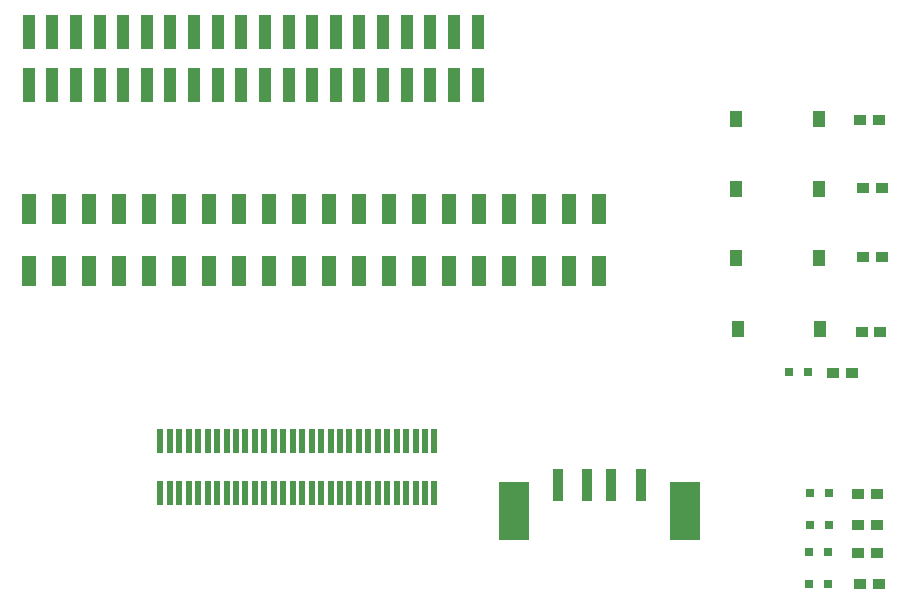
<source format=gtp>
%FSTAX24Y24*%
%MOMM*%
%SFA1B1*%

%IPPOS*%
%ADD10R,1.199998X2.499995*%
%ADD11R,0.899998X2.799994*%
%ADD12R,2.499995X4.999990*%
%ADD13R,0.999998X0.949998*%
%ADD14R,0.799998X0.799998*%
%ADD15R,0.999998X1.399997*%
%ADD16R,0.499999X1.999996*%
%ADD17R,0.999998X2.999994*%
%LNio-testing-mezzanine-1*%
%LPD*%
G54D10*
X682599Y419999D03*
Y472599D03*
X657199Y419999D03*
Y472599D03*
X631799Y419999D03*
Y472599D03*
X606399Y419999D03*
Y472599D03*
X580999Y419999D03*
Y472599D03*
X555599Y419999D03*
Y472599D03*
X530199Y419999D03*
Y472599D03*
X504799Y419999D03*
Y472599D03*
X479399Y419999D03*
Y472599D03*
X453999Y419999D03*
Y472599D03*
X428599Y419999D03*
Y472599D03*
X403199Y419999D03*
Y472599D03*
X377799Y419999D03*
Y472599D03*
X352399Y419999D03*
Y472599D03*
X326999Y419999D03*
Y472599D03*
X301599Y419999D03*
Y472599D03*
X276199Y419999D03*
Y472599D03*
X250799Y419999D03*
Y472599D03*
X225399Y419999D03*
Y472599D03*
X199999Y419999D03*
Y472599D03*
G54D11*
X717999Y238999D03*
X692999D03*
X672999D03*
X647999D03*
G54D12*
X610499Y216499D03*
X755499D03*
G54D13*
X903499Y155099D03*
X919499D03*
X902499Y181099D03*
X918499D03*
X880699Y333599D03*
X896699D03*
X902499Y204999D03*
X918499D03*
X906099Y4318D03*
X922099D03*
X902499Y231099D03*
X918499D03*
X905099Y368799D03*
X921099D03*
X906099Y490799D03*
X922099D03*
X904099Y547799D03*
X920099D03*
G54D14*
X860499Y182099D03*
X876499D03*
X861499Y205099D03*
X877499D03*
X861499Y232099D03*
X877499D03*
X843699Y334599D03*
X859699D03*
X876499Y155099D03*
X860499D03*
G54D15*
X870099Y370799D03*
X8001D03*
X869099Y430799D03*
X799099D03*
X869099Y548799D03*
X799099D03*
X869099Y489799D03*
X799099D03*
G54D16*
X311499Y276499D03*
X319499Y232499D03*
X327499D03*
X335499D03*
X343499D03*
X351499D03*
X359499D03*
X367499D03*
X375499D03*
X383499D03*
X391499D03*
X399499D03*
X407499D03*
X415499D03*
X423499D03*
X431499D03*
X439499D03*
X447499D03*
X455499D03*
X463499D03*
X471499D03*
X479499D03*
X487499D03*
X495499D03*
X503499D03*
X511499D03*
X519499D03*
X527499D03*
X535499D03*
X543499D03*
X311499D03*
X319499Y276499D03*
X327499D03*
X335499D03*
X343499D03*
X351499D03*
X359499D03*
X367499D03*
X375499D03*
X383499D03*
X391499D03*
X399499D03*
X407499D03*
X415499D03*
X423499D03*
X431499D03*
X439499D03*
X447499D03*
X455499D03*
X463499D03*
X471499D03*
X479499D03*
X487499D03*
X495499D03*
X503499D03*
X511499D03*
X519499D03*
X527499D03*
X535499D03*
X543499D03*
G54D17*
X579999Y577499D03*
Y622499D03*
X559999Y577499D03*
Y622499D03*
X539999Y577499D03*
Y622499D03*
X519999Y577499D03*
Y622499D03*
X499999Y577499D03*
Y622499D03*
X479999Y577499D03*
Y622499D03*
X459999Y577499D03*
Y622499D03*
X439999Y577499D03*
Y622499D03*
X419999Y577499D03*
Y622499D03*
X399999Y577499D03*
Y622499D03*
X379999Y577499D03*
Y622499D03*
X359999Y577499D03*
Y622499D03*
X339999Y577499D03*
Y622499D03*
X319999Y577499D03*
Y622499D03*
X299999Y577499D03*
Y622499D03*
X279999Y577499D03*
Y622499D03*
X259999Y577499D03*
Y622499D03*
X239999Y577499D03*
Y622499D03*
X219999Y577499D03*
Y622499D03*
X199999Y577499D03*
Y622499D03*
M02*
</source>
